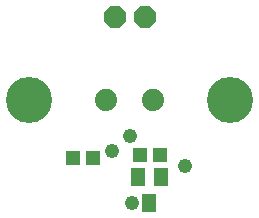
<source format=gbs>
G75*
%MOIN*%
%OFA0B0*%
%FSLAX25Y25*%
%IPPOS*%
%LPD*%
%AMOC8*
5,1,8,0,0,1.08239X$1,22.5*
%
%ADD10C,0.15367*%
%ADD11R,0.04737X0.06312*%
%ADD12R,0.04737X0.05131*%
%ADD13C,0.07400*%
%ADD14OC8,0.07400*%
%ADD15C,0.04762*%
D10*
X0011643Y0045501D03*
X0078572Y0045501D03*
D11*
X0055451Y0019707D03*
X0047971Y0019707D03*
X0051711Y0011046D03*
D12*
X0026267Y0026324D03*
X0032959Y0026324D03*
X0048416Y0027213D03*
X0055108Y0027213D03*
D13*
X0052981Y0045501D03*
X0037233Y0045501D03*
D14*
X0040107Y0073060D03*
X0050107Y0073060D03*
D15*
X0045234Y0033436D03*
X0039392Y0028483D03*
X0045742Y0011084D03*
X0063522Y0023530D03*
M02*

</source>
